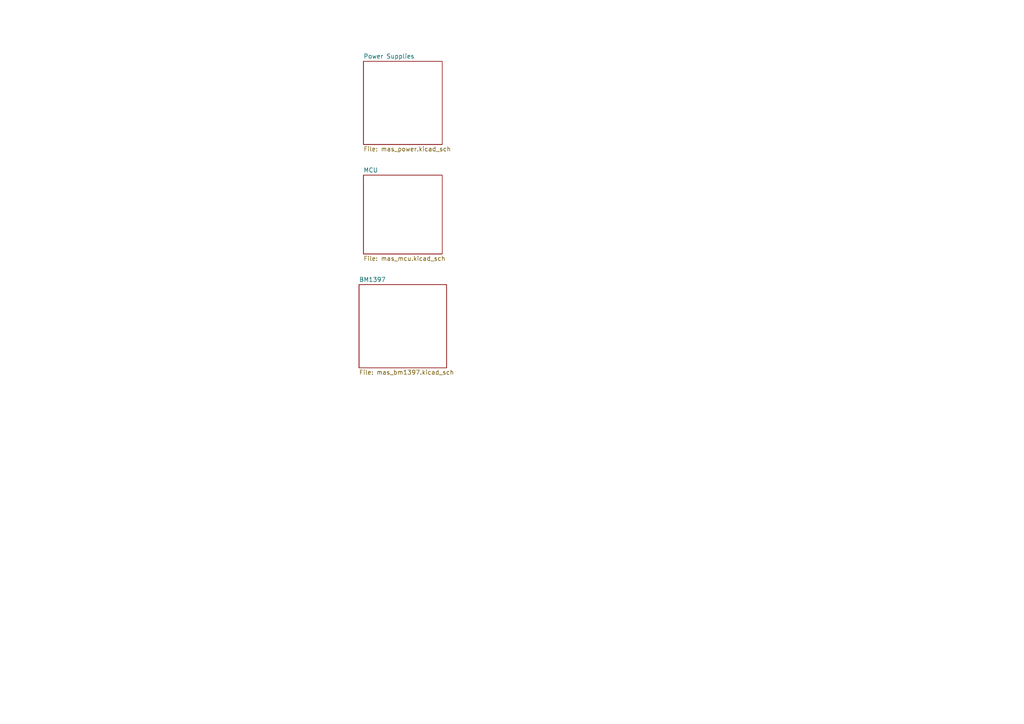
<source format=kicad_sch>
(kicad_sch (version 20230121) (generator eeschema)

  (uuid 9d1a6c31-bbaf-43f4-a770-54de3113e26d)

  (paper "A4")

  (lib_symbols
  )


  (sheet (at 105.41 17.78) (size 22.86 24.13) (fields_autoplaced)
    (stroke (width 0.1524) (type solid))
    (fill (color 0 0 0 0.0000))
    (uuid 4ef323a7-de52-4c29-be8f-27fef15d8322)
    (property "Sheetname" "Power Supplies" (at 105.41 17.0684 0)
      (effects (font (size 1.27 1.27)) (justify left bottom))
    )
    (property "Sheetfile" "mas_power.kicad_sch" (at 105.41 42.4946 0)
      (effects (font (size 1.27 1.27)) (justify left top))
    )
    (instances
      (project "mineapple-scale"
        (path "/9d1a6c31-bbaf-43f4-a770-54de3113e26d" (page "2"))
      )
    )
  )

  (sheet (at 105.41 50.8) (size 22.86 22.86) (fields_autoplaced)
    (stroke (width 0.1524) (type solid))
    (fill (color 0 0 0 0.0000))
    (uuid 7214fc29-6c58-470b-8728-9fc705875e95)
    (property "Sheetname" "MCU" (at 105.41 50.0884 0)
      (effects (font (size 1.27 1.27)) (justify left bottom))
    )
    (property "Sheetfile" "mas_mcu.kicad_sch" (at 105.41 74.2446 0)
      (effects (font (size 1.27 1.27)) (justify left top))
    )
    (instances
      (project "mineapple-scale"
        (path "/9d1a6c31-bbaf-43f4-a770-54de3113e26d" (page "3"))
      )
    )
  )

  (sheet (at 104.14 82.55) (size 25.4 24.13) (fields_autoplaced)
    (stroke (width 0.1524) (type solid))
    (fill (color 0 0 0 0.0000))
    (uuid b3db0bd2-f147-4382-8595-de3e68ec72d3)
    (property "Sheetname" "BM1397" (at 104.14 81.8384 0)
      (effects (font (size 1.27 1.27)) (justify left bottom))
    )
    (property "Sheetfile" "mas_bm1397.kicad_sch" (at 104.14 107.2646 0)
      (effects (font (size 1.27 1.27)) (justify left top))
    )
    (instances
      (project "mineapple-scale"
        (path "/9d1a6c31-bbaf-43f4-a770-54de3113e26d" (page "4"))
      )
    )
  )

  (sheet_instances
    (path "/" (page "1"))
  )
)

</source>
